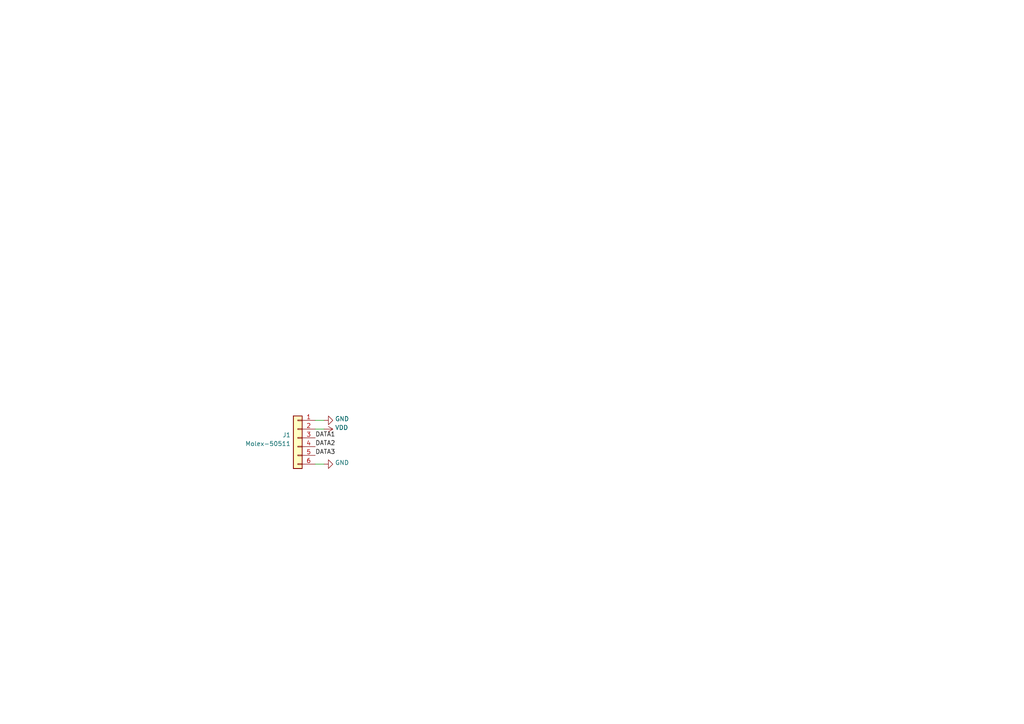
<source format=kicad_sch>
(kicad_sch (version 20231120) (generator "eeschema") (generator_version "8.0")
  (paper "A4")
  (title_block (title "Marten 22 Peripheral Template"))
  (lib_symbols
    (symbol "Connector_Generic:Conn_01x06" (pin_names (offset 1.016) hide)
      (property "Reference" "J" (at 0 7.62 0))
      (property "Value" "Conn_01x06" (at 0 -10.16 0))
      (symbol "Conn_01x06_1_1"
        (rectangle (start -1.27 -7.493) (end 0 -7.747) (stroke (width 0.1524)))
        (rectangle (start -1.27 -4.953) (end 0 -5.207) (stroke (width 0.1524)))
        (rectangle (start -1.27 -2.413) (end 0 -2.667) (stroke (width 0.1524)))
        (rectangle (start -1.27 0.127) (end 0 -0.127) (stroke (width 0.1524)))
        (rectangle (start -1.27 2.667) (end 0 2.413) (stroke (width 0.1524)))
        (rectangle (start -1.27 5.207) (end 0 4.953) (stroke (width 0.1524)))
        (rectangle (start -1.27 6.35) (end 1.27 -8.89) (stroke (width 0.254)) (fill (type background)))
        (pin passive line (at -5.08 5.08 0) (length 3.81) (name "Pin_1") (number "1"))
        (pin passive line (at -5.08 2.54 0) (length 3.81) (name "Pin_2") (number "2"))
        (pin passive line (at -5.08 0 0) (length 3.81) (name "Pin_3") (number "3"))
        (pin passive line (at -5.08 -2.54 0) (length 3.81) (name "Pin_4") (number "4"))
        (pin passive line (at -5.08 -5.08 0) (length 3.81) (name "Pin_5") (number "5"))
        (pin passive line (at -5.08 -7.62 0) (length 3.81) (name "Pin_6") (number "6"))
      )
    )
    (symbol "power:GND" (power) (pin_names (offset 0))
      (property "Value" "GND" (at 0 -3.81 0))
      (symbol "GND_0_1"
        (polyline (pts (xy 0 0) (xy 0 -1.27) (xy 1.27 -1.27) (xy 0 -2.54) (xy -1.27 -1.27) (xy 0 -1.27)))
      )
      (symbol "GND_1_1"
        (pin power_in line (at 0 0 270) (length 0) hide (name "GND") (number "1"))
      )
    )
    (symbol "power:VDD" (power) (pin_names (offset 0))
      (property "Value" "VDD" (at 0 3.81 0))
      (symbol "VDD_0_1"
        (polyline (pts (xy -0.762 1.27) (xy 0 2.54)))
        (polyline (pts (xy 0 0) (xy 0 2.54)))
        (polyline (pts (xy 0 2.54) (xy 0.762 1.27)))
      )
      (symbol "VDD_1_1"
        (pin power_in line (at 0 0 90) (length 0) hide (name "VDD") (number "1"))
      )
    )
  )
  (wire (pts (xy 93.98 124.46) (xy 91.44 124.46)))
  (wire (pts (xy 93.98 121.92) (xy 91.44 121.92)))
  (wire (pts (xy 93.98 134.62) (xy 91.44 134.62)))
  (label "DATA3" (at 91.44 132.08 0))
  (label "DATA1" (at 91.44 127 0))
  (label "DATA2" (at 91.44 129.54 0))
  (symbol (lib_id "power:GND") (at 93.98 121.92 90) (mirror x) (unit 1)
    (property "Reference" "#PWR01" (effects (hide yes)))
    (property "Value" "GND" (at 97.1549 121.4862 90) (effects (justify right)))
  )
  (symbol (lib_id "power:VDD") (at 93.98 124.46 270) (unit 1)
    (property "Reference" "#PWR02" (effects (hide yes)))
    (property "Value" "VDD" (at 97.155 124.0262 90) (effects (justify left)))
  )
  (symbol (lib_id "power:GND") (at 93.98 134.62 90) (mirror x) (unit 1)
    (property "Reference" "#PWR03" (effects (hide yes)))
    (property "Value" "GND" (at 97.1549 134.1862 90) (effects (justify right)))
  )
  (symbol (lib_id "Connector_Generic:Conn_01x06") (at 86.36 127 0) (mirror y) (unit 1)
    (property "Reference" "J1" (at 84.3281 126.1653 0) (effects (justify left)))
    (property "Value" "Molex-50511" (at 84.3281 128.7022 0) (effects (justify left)))
    (property "Footprint" "keyboard:Molex_5051100692_1x06_P0.5mm_Anchor_2" (effects (hide yes)))
    (property "Manufacturer Part Number" "505110069" (effects (hide yes)))
    (property "Manufacturer" "Molex" (effects (hide yes)))
    (property "Package" "SMD" (effects (hide yes)))
  )
)
</source>
